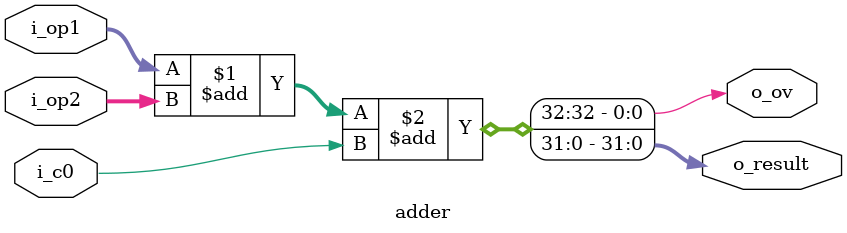
<source format=v>
`timescale 1ns / 1ps

module adder(i_op1, i_op2, i_c0, o_result, o_ov);

	input signed [31:0] i_op1, i_op2;
	input i_c0;
	output signed [31:0] o_result;
	output o_ov;
	
	assign {o_ov, o_result} = i_op1 + i_op2 + i_c0;
  
endmodule

</source>
